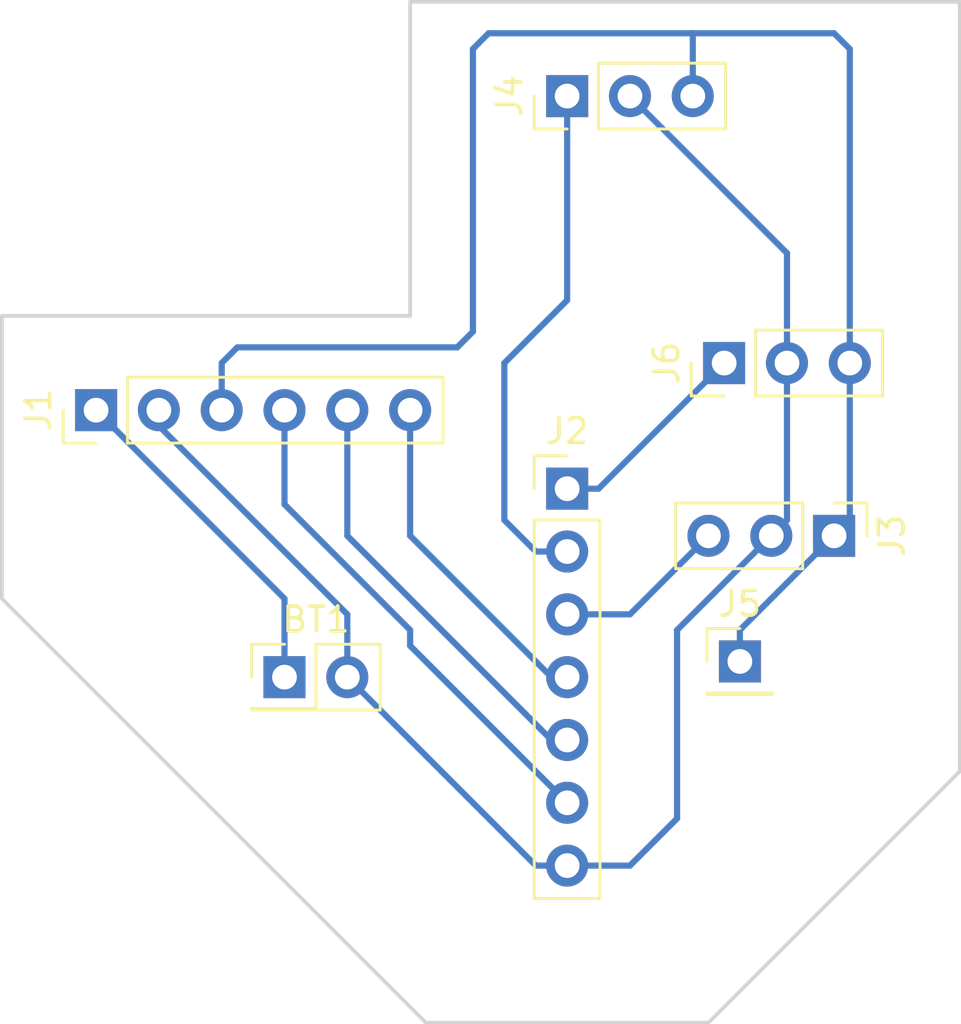
<source format=kicad_pcb>
(kicad_pcb (version 4) (host pcbnew 4.0.6)

  (general
    (links 16)
    (no_connects 0)
    (area 163.754999 104.064999 208.990001 141.045001)
    (thickness 1.6)
    (drawings 9)
    (tracks 51)
    (zones 0)
    (modules 7)
    (nets 10)
  )

  (page A4)
  (layers
    (0 F.Cu signal)
    (31 B.Cu signal)
    (32 B.Adhes user)
    (33 F.Adhes user)
    (34 B.Paste user)
    (35 F.Paste user)
    (36 B.SilkS user)
    (37 F.SilkS user)
    (38 B.Mask user)
    (39 F.Mask user)
    (40 Dwgs.User user)
    (41 Cmts.User user)
    (42 Eco1.User user)
    (43 Eco2.User user)
    (44 Edge.Cuts user)
    (45 Margin user)
    (46 B.CrtYd user)
    (47 F.CrtYd user)
    (48 B.Fab user)
    (49 F.Fab user)
  )

  (setup
    (last_trace_width 0.25)
    (trace_clearance 0.2)
    (zone_clearance 0.508)
    (zone_45_only no)
    (trace_min 0.2)
    (segment_width 0.2)
    (edge_width 0.15)
    (via_size 0.6)
    (via_drill 0.4)
    (via_min_size 0.4)
    (via_min_drill 0.3)
    (uvia_size 0.3)
    (uvia_drill 0.1)
    (uvias_allowed no)
    (uvia_min_size 0.2)
    (uvia_min_drill 0.1)
    (pcb_text_width 0.3)
    (pcb_text_size 1.5 1.5)
    (mod_edge_width 0.15)
    (mod_text_size 1 1)
    (mod_text_width 0.15)
    (pad_size 1.524 1.524)
    (pad_drill 0.762)
    (pad_to_mask_clearance 0.2)
    (aux_axis_origin 0 0)
    (grid_origin 198.755 112.395)
    (visible_elements 7FFFFFFF)
    (pcbplotparams
      (layerselection 0x01030_80000001)
      (usegerberextensions false)
      (excludeedgelayer true)
      (linewidth 0.100000)
      (plotframeref false)
      (viasonmask false)
      (mode 1)
      (useauxorigin false)
      (hpglpennumber 1)
      (hpglpenspeed 20)
      (hpglpendiameter 15)
      (hpglpenoverlay 2)
      (psnegative false)
      (psa4output false)
      (plotreference true)
      (plotvalue true)
      (plotinvisibletext false)
      (padsonsilk false)
      (subtractmaskfromsilk false)
      (outputformat 1)
      (mirror false)
      (drillshape 0)
      (scaleselection 1)
      (outputdirectory ""))
  )

  (net 0 "")
  (net 1 "Net-(BT1-Pad1)")
  (net 2 "Net-(BT1-Pad2)")
  (net 3 "Net-(J1-Pad3)")
  (net 4 "Net-(J1-Pad4)")
  (net 5 "Net-(J1-Pad5)")
  (net 6 "Net-(J1-Pad6)")
  (net 7 "Net-(J2-Pad1)")
  (net 8 "Net-(J2-Pad2)")
  (net 9 "Net-(J2-Pad3)")

  (net_class Default "This is the default net class."
    (clearance 0.2)
    (trace_width 0.25)
    (via_dia 0.6)
    (via_drill 0.4)
    (uvia_dia 0.3)
    (uvia_drill 0.1)
    (add_net "Net-(BT1-Pad1)")
    (add_net "Net-(BT1-Pad2)")
    (add_net "Net-(J1-Pad3)")
    (add_net "Net-(J1-Pad4)")
    (add_net "Net-(J1-Pad5)")
    (add_net "Net-(J1-Pad6)")
    (add_net "Net-(J2-Pad1)")
    (add_net "Net-(J2-Pad2)")
    (add_net "Net-(J2-Pad3)")
  )

  (module Pin_Headers:Pin_Header_Straight_1x03_Pitch2.54mm (layer F.Cu) (tedit 58CD4EC1) (tstamp 58FFB3BB)
    (at 187.96 104.775 90)
    (descr "Through hole straight pin header, 1x03, 2.54mm pitch, single row")
    (tags "Through hole pin header THT 1x03 2.54mm single row")
    (path /58FF9B85)
    (fp_text reference J4 (at 0 -2.33 90) (layer F.SilkS)
      (effects (font (size 1 1) (thickness 0.15)))
    )
    (fp_text value limit1 (at 0 7.41 90) (layer F.Fab)
      (effects (font (size 1 1) (thickness 0.15)))
    )
    (fp_line (start -1.27 -1.27) (end -1.27 6.35) (layer F.Fab) (width 0.1))
    (fp_line (start -1.27 6.35) (end 1.27 6.35) (layer F.Fab) (width 0.1))
    (fp_line (start 1.27 6.35) (end 1.27 -1.27) (layer F.Fab) (width 0.1))
    (fp_line (start 1.27 -1.27) (end -1.27 -1.27) (layer F.Fab) (width 0.1))
    (fp_line (start -1.33 1.27) (end -1.33 6.41) (layer F.SilkS) (width 0.12))
    (fp_line (start -1.33 6.41) (end 1.33 6.41) (layer F.SilkS) (width 0.12))
    (fp_line (start 1.33 6.41) (end 1.33 1.27) (layer F.SilkS) (width 0.12))
    (fp_line (start 1.33 1.27) (end -1.33 1.27) (layer F.SilkS) (width 0.12))
    (fp_line (start -1.33 0) (end -1.33 -1.33) (layer F.SilkS) (width 0.12))
    (fp_line (start -1.33 -1.33) (end 0 -1.33) (layer F.SilkS) (width 0.12))
    (fp_line (start -1.8 -1.8) (end -1.8 6.85) (layer F.CrtYd) (width 0.05))
    (fp_line (start -1.8 6.85) (end 1.8 6.85) (layer F.CrtYd) (width 0.05))
    (fp_line (start 1.8 6.85) (end 1.8 -1.8) (layer F.CrtYd) (width 0.05))
    (fp_line (start 1.8 -1.8) (end -1.8 -1.8) (layer F.CrtYd) (width 0.05))
    (fp_text user %R (at 0 -2.33 90) (layer F.Fab)
      (effects (font (size 1 1) (thickness 0.15)))
    )
    (pad 1 thru_hole rect (at 0 0 90) (size 1.7 1.7) (drill 1) (layers *.Cu *.Mask)
      (net 8 "Net-(J2-Pad2)"))
    (pad 2 thru_hole oval (at 0 2.54 90) (size 1.7 1.7) (drill 1) (layers *.Cu *.Mask)
      (net 2 "Net-(BT1-Pad2)"))
    (pad 3 thru_hole oval (at 0 5.08 90) (size 1.7 1.7) (drill 1) (layers *.Cu *.Mask)
      (net 3 "Net-(J1-Pad3)"))
    (model ${KISYS3DMOD}/Pin_Headers.3dshapes/Pin_Header_Straight_1x03_Pitch2.54mm.wrl
      (at (xyz 0 -0.1 0))
      (scale (xyz 1 1 1))
      (rotate (xyz 0 0 90))
    )
  )

  (module Pin_Headers:Pin_Header_Straight_2x01_Pitch2.54mm (layer F.Cu) (tedit 58CD4EC5) (tstamp 58FFB398)
    (at 176.53 128.27)
    (descr "Through hole straight pin header, 2x01, 2.54mm pitch, double rows")
    (tags "Through hole pin header THT 2x01 2.54mm double row")
    (path /58FA899C)
    (fp_text reference BT1 (at 1.27 -2.33) (layer F.SilkS)
      (effects (font (size 1 1) (thickness 0.15)))
    )
    (fp_text value Battery (at 1.27 2.33) (layer F.Fab)
      (effects (font (size 1 1) (thickness 0.15)))
    )
    (fp_line (start -1.27 -1.27) (end -1.27 1.27) (layer F.Fab) (width 0.1))
    (fp_line (start -1.27 1.27) (end 3.81 1.27) (layer F.Fab) (width 0.1))
    (fp_line (start 3.81 1.27) (end 3.81 -1.27) (layer F.Fab) (width 0.1))
    (fp_line (start 3.81 -1.27) (end -1.27 -1.27) (layer F.Fab) (width 0.1))
    (fp_line (start -1.33 1.27) (end -1.33 1.33) (layer F.SilkS) (width 0.12))
    (fp_line (start -1.33 1.33) (end 3.87 1.33) (layer F.SilkS) (width 0.12))
    (fp_line (start 3.87 1.33) (end 3.87 -1.33) (layer F.SilkS) (width 0.12))
    (fp_line (start 3.87 -1.33) (end 1.27 -1.33) (layer F.SilkS) (width 0.12))
    (fp_line (start 1.27 -1.33) (end 1.27 1.27) (layer F.SilkS) (width 0.12))
    (fp_line (start 1.27 1.27) (end -1.33 1.27) (layer F.SilkS) (width 0.12))
    (fp_line (start -1.33 0) (end -1.33 -1.33) (layer F.SilkS) (width 0.12))
    (fp_line (start -1.33 -1.33) (end 0 -1.33) (layer F.SilkS) (width 0.12))
    (fp_line (start -1.8 -1.8) (end -1.8 1.8) (layer F.CrtYd) (width 0.05))
    (fp_line (start -1.8 1.8) (end 4.35 1.8) (layer F.CrtYd) (width 0.05))
    (fp_line (start 4.35 1.8) (end 4.35 -1.8) (layer F.CrtYd) (width 0.05))
    (fp_line (start 4.35 -1.8) (end -1.8 -1.8) (layer F.CrtYd) (width 0.05))
    (fp_text user %R (at 1.27 -2.33) (layer F.Fab)
      (effects (font (size 1 1) (thickness 0.15)))
    )
    (pad 1 thru_hole rect (at 0 0) (size 1.7 1.7) (drill 1) (layers *.Cu *.Mask)
      (net 1 "Net-(BT1-Pad1)"))
    (pad 2 thru_hole oval (at 2.54 0) (size 1.7 1.7) (drill 1) (layers *.Cu *.Mask)
      (net 2 "Net-(BT1-Pad2)"))
    (model ${KISYS3DMOD}/Pin_Headers.3dshapes/Pin_Header_Straight_2x01_Pitch2.54mm.wrl
      (at (xyz 0.05 0 0))
      (scale (xyz 1 1 1))
      (rotate (xyz 0 0 90))
    )
  )

  (module Pin_Headers:Pin_Header_Straight_1x06_Pitch2.54mm (layer F.Cu) (tedit 58CD4EC1) (tstamp 58FFB3A2)
    (at 168.91 117.475 90)
    (descr "Through hole straight pin header, 1x06, 2.54mm pitch, single row")
    (tags "Through hole pin header THT 1x06 2.54mm single row")
    (path /58FBABD4)
    (fp_text reference J1 (at 0 -2.33 90) (layer F.SilkS)
      (effects (font (size 1 1) (thickness 0.15)))
    )
    (fp_text value L298 (at 0 15.03 90) (layer F.Fab)
      (effects (font (size 1 1) (thickness 0.15)))
    )
    (fp_line (start -1.27 -1.27) (end -1.27 13.97) (layer F.Fab) (width 0.1))
    (fp_line (start -1.27 13.97) (end 1.27 13.97) (layer F.Fab) (width 0.1))
    (fp_line (start 1.27 13.97) (end 1.27 -1.27) (layer F.Fab) (width 0.1))
    (fp_line (start 1.27 -1.27) (end -1.27 -1.27) (layer F.Fab) (width 0.1))
    (fp_line (start -1.33 1.27) (end -1.33 14.03) (layer F.SilkS) (width 0.12))
    (fp_line (start -1.33 14.03) (end 1.33 14.03) (layer F.SilkS) (width 0.12))
    (fp_line (start 1.33 14.03) (end 1.33 1.27) (layer F.SilkS) (width 0.12))
    (fp_line (start 1.33 1.27) (end -1.33 1.27) (layer F.SilkS) (width 0.12))
    (fp_line (start -1.33 0) (end -1.33 -1.33) (layer F.SilkS) (width 0.12))
    (fp_line (start -1.33 -1.33) (end 0 -1.33) (layer F.SilkS) (width 0.12))
    (fp_line (start -1.8 -1.8) (end -1.8 14.5) (layer F.CrtYd) (width 0.05))
    (fp_line (start -1.8 14.5) (end 1.8 14.5) (layer F.CrtYd) (width 0.05))
    (fp_line (start 1.8 14.5) (end 1.8 -1.8) (layer F.CrtYd) (width 0.05))
    (fp_line (start 1.8 -1.8) (end -1.8 -1.8) (layer F.CrtYd) (width 0.05))
    (fp_text user %R (at 0 -2.33 90) (layer F.Fab)
      (effects (font (size 1 1) (thickness 0.15)))
    )
    (pad 1 thru_hole rect (at 0 0 90) (size 1.7 1.7) (drill 1) (layers *.Cu *.Mask)
      (net 1 "Net-(BT1-Pad1)"))
    (pad 2 thru_hole oval (at 0 2.54 90) (size 1.7 1.7) (drill 1) (layers *.Cu *.Mask)
      (net 2 "Net-(BT1-Pad2)"))
    (pad 3 thru_hole oval (at 0 5.08 90) (size 1.7 1.7) (drill 1) (layers *.Cu *.Mask)
      (net 3 "Net-(J1-Pad3)"))
    (pad 4 thru_hole oval (at 0 7.62 90) (size 1.7 1.7) (drill 1) (layers *.Cu *.Mask)
      (net 4 "Net-(J1-Pad4)"))
    (pad 5 thru_hole oval (at 0 10.16 90) (size 1.7 1.7) (drill 1) (layers *.Cu *.Mask)
      (net 5 "Net-(J1-Pad5)"))
    (pad 6 thru_hole oval (at 0 12.7 90) (size 1.7 1.7) (drill 1) (layers *.Cu *.Mask)
      (net 6 "Net-(J1-Pad6)"))
    (model ${KISYS3DMOD}/Pin_Headers.3dshapes/Pin_Header_Straight_1x06_Pitch2.54mm.wrl
      (at (xyz 0 -0.25 0))
      (scale (xyz 1 1 1))
      (rotate (xyz 0 0 90))
    )
  )

  (module Pin_Headers:Pin_Header_Straight_1x07_Pitch2.54mm (layer F.Cu) (tedit 58CD4EC1) (tstamp 58FFB3AD)
    (at 187.96 120.65)
    (descr "Through hole straight pin header, 1x07, 2.54mm pitch, single row")
    (tags "Through hole pin header THT 1x07 2.54mm single row")
    (path /58FF9B2F)
    (fp_text reference J2 (at 0 -2.33) (layer F.SilkS)
      (effects (font (size 1 1) (thickness 0.15)))
    )
    (fp_text value CONN_01X07 (at 0 17.57) (layer F.Fab)
      (effects (font (size 1 1) (thickness 0.15)))
    )
    (fp_line (start -1.27 -1.27) (end -1.27 16.51) (layer F.Fab) (width 0.1))
    (fp_line (start -1.27 16.51) (end 1.27 16.51) (layer F.Fab) (width 0.1))
    (fp_line (start 1.27 16.51) (end 1.27 -1.27) (layer F.Fab) (width 0.1))
    (fp_line (start 1.27 -1.27) (end -1.27 -1.27) (layer F.Fab) (width 0.1))
    (fp_line (start -1.33 1.27) (end -1.33 16.57) (layer F.SilkS) (width 0.12))
    (fp_line (start -1.33 16.57) (end 1.33 16.57) (layer F.SilkS) (width 0.12))
    (fp_line (start 1.33 16.57) (end 1.33 1.27) (layer F.SilkS) (width 0.12))
    (fp_line (start 1.33 1.27) (end -1.33 1.27) (layer F.SilkS) (width 0.12))
    (fp_line (start -1.33 0) (end -1.33 -1.33) (layer F.SilkS) (width 0.12))
    (fp_line (start -1.33 -1.33) (end 0 -1.33) (layer F.SilkS) (width 0.12))
    (fp_line (start -1.8 -1.8) (end -1.8 17.05) (layer F.CrtYd) (width 0.05))
    (fp_line (start -1.8 17.05) (end 1.8 17.05) (layer F.CrtYd) (width 0.05))
    (fp_line (start 1.8 17.05) (end 1.8 -1.8) (layer F.CrtYd) (width 0.05))
    (fp_line (start 1.8 -1.8) (end -1.8 -1.8) (layer F.CrtYd) (width 0.05))
    (fp_text user %R (at 0 -2.33) (layer F.Fab)
      (effects (font (size 1 1) (thickness 0.15)))
    )
    (pad 1 thru_hole rect (at 0 0) (size 1.7 1.7) (drill 1) (layers *.Cu *.Mask)
      (net 7 "Net-(J2-Pad1)"))
    (pad 2 thru_hole oval (at 0 2.54) (size 1.7 1.7) (drill 1) (layers *.Cu *.Mask)
      (net 8 "Net-(J2-Pad2)"))
    (pad 3 thru_hole oval (at 0 5.08) (size 1.7 1.7) (drill 1) (layers *.Cu *.Mask)
      (net 9 "Net-(J2-Pad3)"))
    (pad 4 thru_hole oval (at 0 7.62) (size 1.7 1.7) (drill 1) (layers *.Cu *.Mask)
      (net 6 "Net-(J1-Pad6)"))
    (pad 5 thru_hole oval (at 0 10.16) (size 1.7 1.7) (drill 1) (layers *.Cu *.Mask)
      (net 5 "Net-(J1-Pad5)"))
    (pad 6 thru_hole oval (at 0 12.7) (size 1.7 1.7) (drill 1) (layers *.Cu *.Mask)
      (net 4 "Net-(J1-Pad4)"))
    (pad 7 thru_hole oval (at 0 15.24) (size 1.7 1.7) (drill 1) (layers *.Cu *.Mask)
      (net 2 "Net-(BT1-Pad2)"))
    (model ${KISYS3DMOD}/Pin_Headers.3dshapes/Pin_Header_Straight_1x07_Pitch2.54mm.wrl
      (at (xyz 0 -0.3 0))
      (scale (xyz 1 1 1))
      (rotate (xyz 0 0 90))
    )
  )

  (module Pin_Headers:Pin_Header_Straight_1x03_Pitch2.54mm (layer F.Cu) (tedit 58CD4EC1) (tstamp 58FFB3B4)
    (at 198.755 122.555 270)
    (descr "Through hole straight pin header, 1x03, 2.54mm pitch, single row")
    (tags "Through hole pin header THT 1x03 2.54mm single row")
    (path /58FBAEEF)
    (fp_text reference J3 (at 0 -2.33 270) (layer F.SilkS)
      (effects (font (size 1 1) (thickness 0.15)))
    )
    (fp_text value "IR sensor" (at 0 7.41 270) (layer F.Fab)
      (effects (font (size 1 1) (thickness 0.15)))
    )
    (fp_line (start -1.27 -1.27) (end -1.27 6.35) (layer F.Fab) (width 0.1))
    (fp_line (start -1.27 6.35) (end 1.27 6.35) (layer F.Fab) (width 0.1))
    (fp_line (start 1.27 6.35) (end 1.27 -1.27) (layer F.Fab) (width 0.1))
    (fp_line (start 1.27 -1.27) (end -1.27 -1.27) (layer F.Fab) (width 0.1))
    (fp_line (start -1.33 1.27) (end -1.33 6.41) (layer F.SilkS) (width 0.12))
    (fp_line (start -1.33 6.41) (end 1.33 6.41) (layer F.SilkS) (width 0.12))
    (fp_line (start 1.33 6.41) (end 1.33 1.27) (layer F.SilkS) (width 0.12))
    (fp_line (start 1.33 1.27) (end -1.33 1.27) (layer F.SilkS) (width 0.12))
    (fp_line (start -1.33 0) (end -1.33 -1.33) (layer F.SilkS) (width 0.12))
    (fp_line (start -1.33 -1.33) (end 0 -1.33) (layer F.SilkS) (width 0.12))
    (fp_line (start -1.8 -1.8) (end -1.8 6.85) (layer F.CrtYd) (width 0.05))
    (fp_line (start -1.8 6.85) (end 1.8 6.85) (layer F.CrtYd) (width 0.05))
    (fp_line (start 1.8 6.85) (end 1.8 -1.8) (layer F.CrtYd) (width 0.05))
    (fp_line (start 1.8 -1.8) (end -1.8 -1.8) (layer F.CrtYd) (width 0.05))
    (fp_text user %R (at 0 -2.33 270) (layer F.Fab)
      (effects (font (size 1 1) (thickness 0.15)))
    )
    (pad 1 thru_hole rect (at 0 0 270) (size 1.7 1.7) (drill 1) (layers *.Cu *.Mask)
      (net 3 "Net-(J1-Pad3)"))
    (pad 2 thru_hole oval (at 0 2.54 270) (size 1.7 1.7) (drill 1) (layers *.Cu *.Mask)
      (net 2 "Net-(BT1-Pad2)"))
    (pad 3 thru_hole oval (at 0 5.08 270) (size 1.7 1.7) (drill 1) (layers *.Cu *.Mask)
      (net 9 "Net-(J2-Pad3)"))
    (model ${KISYS3DMOD}/Pin_Headers.3dshapes/Pin_Header_Straight_1x03_Pitch2.54mm.wrl
      (at (xyz 0 -0.1 0))
      (scale (xyz 1 1 1))
      (rotate (xyz 0 0 90))
    )
  )

  (module Pin_Headers:Pin_Header_Straight_1x01_Pitch2.54mm (layer F.Cu) (tedit 58CD4EC1) (tstamp 58FFB3C0)
    (at 194.945 127.635)
    (descr "Through hole straight pin header, 1x01, 2.54mm pitch, single row")
    (tags "Through hole pin header THT 1x01 2.54mm single row")
    (path /58FE1AC8)
    (fp_text reference J5 (at 0 -2.33) (layer F.SilkS)
      (effects (font (size 1 1) (thickness 0.15)))
    )
    (fp_text value "Vin (5V)" (at 0 2.33) (layer F.Fab)
      (effects (font (size 1 1) (thickness 0.15)))
    )
    (fp_line (start -1.27 -1.27) (end -1.27 1.27) (layer F.Fab) (width 0.1))
    (fp_line (start -1.27 1.27) (end 1.27 1.27) (layer F.Fab) (width 0.1))
    (fp_line (start 1.27 1.27) (end 1.27 -1.27) (layer F.Fab) (width 0.1))
    (fp_line (start 1.27 -1.27) (end -1.27 -1.27) (layer F.Fab) (width 0.1))
    (fp_line (start -1.33 1.27) (end -1.33 1.33) (layer F.SilkS) (width 0.12))
    (fp_line (start -1.33 1.33) (end 1.33 1.33) (layer F.SilkS) (width 0.12))
    (fp_line (start 1.33 1.33) (end 1.33 1.27) (layer F.SilkS) (width 0.12))
    (fp_line (start 1.33 1.27) (end -1.33 1.27) (layer F.SilkS) (width 0.12))
    (fp_line (start -1.33 0) (end -1.33 -1.33) (layer F.SilkS) (width 0.12))
    (fp_line (start -1.33 -1.33) (end 0 -1.33) (layer F.SilkS) (width 0.12))
    (fp_line (start -1.8 -1.8) (end -1.8 1.8) (layer F.CrtYd) (width 0.05))
    (fp_line (start -1.8 1.8) (end 1.8 1.8) (layer F.CrtYd) (width 0.05))
    (fp_line (start 1.8 1.8) (end 1.8 -1.8) (layer F.CrtYd) (width 0.05))
    (fp_line (start 1.8 -1.8) (end -1.8 -1.8) (layer F.CrtYd) (width 0.05))
    (fp_text user %R (at 0 -2.33) (layer F.Fab)
      (effects (font (size 1 1) (thickness 0.15)))
    )
    (pad 1 thru_hole rect (at 0 0) (size 1.7 1.7) (drill 1) (layers *.Cu *.Mask)
      (net 3 "Net-(J1-Pad3)"))
    (model ${KISYS3DMOD}/Pin_Headers.3dshapes/Pin_Header_Straight_1x01_Pitch2.54mm.wrl
      (at (xyz 0 0 0))
      (scale (xyz 1 1 1))
      (rotate (xyz 0 0 90))
    )
  )

  (module Pin_Headers:Pin_Header_Straight_1x03_Pitch2.54mm (layer F.Cu) (tedit 58CD4EC1) (tstamp 58FFB3C7)
    (at 194.31 115.57 90)
    (descr "Through hole straight pin header, 1x03, 2.54mm pitch, single row")
    (tags "Through hole pin header THT 1x03 2.54mm single row")
    (path /58FF9C4E)
    (fp_text reference J6 (at 0 -2.33 90) (layer F.SilkS)
      (effects (font (size 1 1) (thickness 0.15)))
    )
    (fp_text value limit2 (at 0 7.41 90) (layer F.Fab)
      (effects (font (size 1 1) (thickness 0.15)))
    )
    (fp_line (start -1.27 -1.27) (end -1.27 6.35) (layer F.Fab) (width 0.1))
    (fp_line (start -1.27 6.35) (end 1.27 6.35) (layer F.Fab) (width 0.1))
    (fp_line (start 1.27 6.35) (end 1.27 -1.27) (layer F.Fab) (width 0.1))
    (fp_line (start 1.27 -1.27) (end -1.27 -1.27) (layer F.Fab) (width 0.1))
    (fp_line (start -1.33 1.27) (end -1.33 6.41) (layer F.SilkS) (width 0.12))
    (fp_line (start -1.33 6.41) (end 1.33 6.41) (layer F.SilkS) (width 0.12))
    (fp_line (start 1.33 6.41) (end 1.33 1.27) (layer F.SilkS) (width 0.12))
    (fp_line (start 1.33 1.27) (end -1.33 1.27) (layer F.SilkS) (width 0.12))
    (fp_line (start -1.33 0) (end -1.33 -1.33) (layer F.SilkS) (width 0.12))
    (fp_line (start -1.33 -1.33) (end 0 -1.33) (layer F.SilkS) (width 0.12))
    (fp_line (start -1.8 -1.8) (end -1.8 6.85) (layer F.CrtYd) (width 0.05))
    (fp_line (start -1.8 6.85) (end 1.8 6.85) (layer F.CrtYd) (width 0.05))
    (fp_line (start 1.8 6.85) (end 1.8 -1.8) (layer F.CrtYd) (width 0.05))
    (fp_line (start 1.8 -1.8) (end -1.8 -1.8) (layer F.CrtYd) (width 0.05))
    (fp_text user %R (at 0 -2.33 90) (layer F.Fab)
      (effects (font (size 1 1) (thickness 0.15)))
    )
    (pad 1 thru_hole rect (at 0 0 90) (size 1.7 1.7) (drill 1) (layers *.Cu *.Mask)
      (net 7 "Net-(J2-Pad1)"))
    (pad 2 thru_hole oval (at 0 2.54 90) (size 1.7 1.7) (drill 1) (layers *.Cu *.Mask)
      (net 2 "Net-(BT1-Pad2)"))
    (pad 3 thru_hole oval (at 0 5.08 90) (size 1.7 1.7) (drill 1) (layers *.Cu *.Mask)
      (net 3 "Net-(J1-Pad3)"))
    (model ${KISYS3DMOD}/Pin_Headers.3dshapes/Pin_Header_Straight_1x03_Pitch2.54mm.wrl
      (at (xyz 0 -0.1 0))
      (scale (xyz 1 1 1))
      (rotate (xyz 0 0 90))
    )
  )

  (gr_line (start 165.1 113.665) (end 165.1 125.095) (angle 90) (layer Edge.Cuts) (width 0.15))
  (gr_line (start 181.61 100.965) (end 202.565 100.965) (angle 90) (layer Edge.Cuts) (width 0.15))
  (gr_line (start 181.61 113.665) (end 181.61 100.965) (angle 90) (layer Edge.Cuts) (width 0.15))
  (gr_line (start 165.1 113.665) (end 181.61 113.665) (angle 90) (layer Edge.Cuts) (width 0.15))
  (gr_line (start 182.245 142.24) (end 165.1 125.095) (angle 90) (layer Edge.Cuts) (width 0.15))
  (gr_line (start 193.675 142.24) (end 182.245 142.24) (angle 90) (layer Edge.Cuts) (width 0.15))
  (gr_line (start 203.835 132.08) (end 193.675 142.24) (angle 90) (layer Edge.Cuts) (width 0.15))
  (gr_line (start 203.835 100.965) (end 203.835 132.08) (angle 90) (layer Edge.Cuts) (width 0.15))
  (gr_line (start 202.565 100.965) (end 203.835 100.965) (angle 90) (layer Edge.Cuts) (width 0.15))

  (segment (start 176.53 128.27) (end 176.53 125.095) (width 0.25) (layer B.Cu) (net 1) (status 400000))
  (segment (start 176.53 125.095) (end 168.91 117.475) (width 0.25) (layer B.Cu) (net 1) (tstamp 58FFE1F3) (status 800000))
  (segment (start 196.85 115.57) (end 196.85 121.92) (width 0.25) (layer B.Cu) (net 2) (status 400000))
  (segment (start 196.85 121.92) (end 196.215 122.555) (width 0.25) (layer B.Cu) (net 2) (tstamp 58FFE272) (status 800000))
  (segment (start 179.07 128.27) (end 179.07 125.73) (width 0.25) (layer B.Cu) (net 2) (status 400000))
  (segment (start 179.07 125.73) (end 171.45 118.11) (width 0.25) (layer B.Cu) (net 2) (tstamp 58FFE1FF) (status 800000))
  (segment (start 171.45 118.11) (end 171.45 117.475) (width 0.25) (layer B.Cu) (net 2) (tstamp 58FFE204) (status C00000))
  (segment (start 187.96 135.89) (end 186.69 135.89) (width 0.25) (layer B.Cu) (net 2) (status 400000))
  (segment (start 186.69 135.89) (end 179.07 128.27) (width 0.25) (layer B.Cu) (net 2) (tstamp 58FFE1E5) (status 800000))
  (segment (start 187.96 135.89) (end 190.5 135.89) (width 0.25) (layer B.Cu) (net 2) (status 400000))
  (segment (start 190.5 135.89) (end 192.405 133.985) (width 0.25) (layer B.Cu) (net 2) (tstamp 58FFE1CF))
  (segment (start 192.405 133.985) (end 192.405 126.365) (width 0.25) (layer B.Cu) (net 2) (tstamp 58FFE1D4))
  (segment (start 192.405 126.365) (end 196.215 122.555) (width 0.25) (layer B.Cu) (net 2) (tstamp 58FFE1D6) (status 800000))
  (segment (start 196.85 115.57) (end 196.85 111.125) (width 0.25) (layer B.Cu) (net 2) (status 400000))
  (segment (start 196.85 111.125) (end 190.5 104.775) (width 0.25) (layer B.Cu) (net 2) (tstamp 58FFE15C) (status 800000))
  (segment (start 196.215 122.555) (end 196.215 123.19) (width 0.25) (layer F.Cu) (net 2) (status C00000))
  (segment (start 171.45 118.11) (end 171.45 117.475) (width 0.25) (layer F.Cu) (net 2) (status 80000))
  (segment (start 193.04 102.235) (end 193.04 104.775) (width 0.25) (layer B.Cu) (net 3) (status 800000))
  (segment (start 173.99 117.475) (end 173.99 115.57) (width 0.25) (layer B.Cu) (net 3) (status 400000))
  (segment (start 199.39 102.87) (end 199.39 115.57) (width 0.25) (layer B.Cu) (net 3) (tstamp 58FFE2A9) (status 800000))
  (segment (start 198.755 102.235) (end 199.39 102.87) (width 0.25) (layer B.Cu) (net 3) (tstamp 58FFE2A7))
  (segment (start 184.785 102.235) (end 193.04 102.235) (width 0.25) (layer B.Cu) (net 3) (tstamp 58FFE2A2))
  (segment (start 193.04 102.235) (end 198.755 102.235) (width 0.25) (layer B.Cu) (net 3) (tstamp 58FFE2AF))
  (segment (start 184.15 102.87) (end 184.785 102.235) (width 0.25) (layer B.Cu) (net 3) (tstamp 58FFE29F))
  (segment (start 184.15 114.3) (end 184.15 102.87) (width 0.25) (layer B.Cu) (net 3) (tstamp 58FFE29D))
  (segment (start 183.515 114.935) (end 184.15 114.3) (width 0.25) (layer B.Cu) (net 3) (tstamp 58FFE29C))
  (segment (start 174.625 114.935) (end 183.515 114.935) (width 0.25) (layer B.Cu) (net 3) (tstamp 58FFE29A))
  (segment (start 173.99 115.57) (end 174.625 114.935) (width 0.25) (layer B.Cu) (net 3) (tstamp 58FFE298))
  (segment (start 199.39 115.57) (end 199.39 121.92) (width 0.25) (layer B.Cu) (net 3) (status C00000))
  (segment (start 199.39 121.92) (end 198.755 122.555) (width 0.25) (layer B.Cu) (net 3) (tstamp 58FFE281) (status C00000))
  (segment (start 194.945 127.635) (end 194.945 126.365) (width 0.25) (layer B.Cu) (net 3) (status 400000))
  (segment (start 194.945 126.365) (end 198.755 122.555) (width 0.25) (layer B.Cu) (net 3) (tstamp 58FFE1C6) (status 800000))
  (segment (start 187.96 133.35) (end 181.61 127) (width 0.25) (layer B.Cu) (net 4) (status 400000))
  (segment (start 176.53 121.285) (end 176.53 117.475) (width 0.25) (layer B.Cu) (net 4) (tstamp 58FFE242) (status 800000))
  (segment (start 181.61 126.365) (end 176.53 121.285) (width 0.25) (layer B.Cu) (net 4) (tstamp 58FFE23B))
  (segment (start 181.61 127) (end 181.61 126.365) (width 0.25) (layer B.Cu) (net 4) (tstamp 58FFE23A))
  (segment (start 187.96 130.81) (end 187.325 130.81) (width 0.25) (layer B.Cu) (net 5) (status C00000))
  (segment (start 187.325 130.81) (end 179.07 122.555) (width 0.25) (layer B.Cu) (net 5) (tstamp 58FFE32F) (status 400000))
  (segment (start 179.07 122.555) (end 179.07 117.475) (width 0.25) (layer B.Cu) (net 5) (tstamp 58FFE332) (status 800000))
  (segment (start 187.96 128.27) (end 187.325 128.27) (width 0.25) (layer B.Cu) (net 6) (status C00000))
  (segment (start 187.325 128.27) (end 181.61 122.555) (width 0.25) (layer B.Cu) (net 6) (tstamp 58FFE2FA) (status 400000))
  (segment (start 181.61 122.555) (end 181.61 117.475) (width 0.25) (layer B.Cu) (net 6) (tstamp 58FFE301) (status 800000))
  (segment (start 187.96 120.65) (end 189.23 120.65) (width 0.25) (layer B.Cu) (net 7) (status 400000))
  (segment (start 189.23 120.65) (end 194.31 115.57) (width 0.25) (layer B.Cu) (net 7) (tstamp 58FFE188) (status 800000))
  (segment (start 187.96 123.19) (end 186.69 123.19) (width 0.25) (layer B.Cu) (net 8) (status 400000))
  (segment (start 187.96 113.03) (end 187.96 104.775) (width 0.25) (layer B.Cu) (net 8) (tstamp 58FFE171) (status 800000))
  (segment (start 185.42 115.57) (end 187.96 113.03) (width 0.25) (layer B.Cu) (net 8) (tstamp 58FFE16E))
  (segment (start 185.42 121.92) (end 185.42 115.57) (width 0.25) (layer B.Cu) (net 8) (tstamp 58FFE16C))
  (segment (start 186.69 123.19) (end 185.42 121.92) (width 0.25) (layer B.Cu) (net 8) (tstamp 58FFE169))
  (segment (start 187.96 125.73) (end 190.5 125.73) (width 0.25) (layer B.Cu) (net 9) (status 400000))
  (segment (start 190.5 125.73) (end 193.675 122.555) (width 0.25) (layer B.Cu) (net 9) (tstamp 58FFE195) (status 800000))

)

</source>
